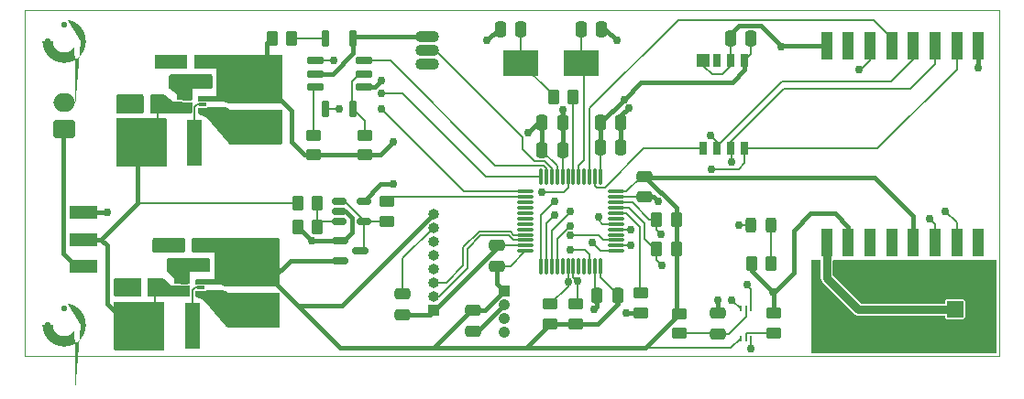
<source format=gbr>
%TF.GenerationSoftware,KiCad,Pcbnew,6.0.2+dfsg-1*%
%TF.CreationDate,2023-05-27T01:06:39+02:00*%
%TF.ProjectId,weather_station,77656174-6865-4725-9f73-746174696f6e,rev?*%
%TF.SameCoordinates,Original*%
%TF.FileFunction,Copper,L1,Top*%
%TF.FilePolarity,Positive*%
%FSLAX46Y46*%
G04 Gerber Fmt 4.6, Leading zero omitted, Abs format (unit mm)*
G04 Created by KiCad (PCBNEW 6.0.2+dfsg-1) date 2023-05-27 01:06:39*
%MOMM*%
%LPD*%
G01*
G04 APERTURE LIST*
G04 Aperture macros list*
%AMRoundRect*
0 Rectangle with rounded corners*
0 $1 Rounding radius*
0 $2 $3 $4 $5 $6 $7 $8 $9 X,Y pos of 4 corners*
0 Add a 4 corners polygon primitive as box body*
4,1,4,$2,$3,$4,$5,$6,$7,$8,$9,$2,$3,0*
0 Add four circle primitives for the rounded corners*
1,1,$1+$1,$2,$3*
1,1,$1+$1,$4,$5*
1,1,$1+$1,$6,$7*
1,1,$1+$1,$8,$9*
0 Add four rect primitives between the rounded corners*
20,1,$1+$1,$2,$3,$4,$5,0*
20,1,$1+$1,$4,$5,$6,$7,0*
20,1,$1+$1,$6,$7,$8,$9,0*
20,1,$1+$1,$8,$9,$2,$3,0*%
%AMFreePoly0*
4,1,82,-1.212131,1.975377,-0.936919,1.911586,-0.673441,1.809654,-0.426954,1.671615,-0.202376,1.500222,-0.004188,1.298896,0.163656,1.071654,0.297807,0.823029,0.395587,0.557982,0.455047,0.281802,0.475000,0.000000,0.471053,-0.125581,0.433446,-0.405575,0.356762,-0.677476,0.242531,-0.935860,0.093034,-1.175571,-0.088747,-1.391826,-0.299186,-1.580310,-0.534083,-1.737263,-0.788751,-1.859553,
-1.058109,-1.944740,-1.336783,-1.991124,-1.619213,-1.997780,-1.899763,-1.964575,-2.172835,-1.892171,-2.432981,-1.782013,-2.675011,-1.636299,-2.894094,-1.457937,-3.085861,-1.250485,-3.246484,-1.018083,-3.372759,-0.765367,-3.462166,-0.497380,-3.512922,-0.219469,-3.522124,0.014731,-2.579978,0.014731,-2.562748,-0.190462,-2.505990,-0.388401,-2.411866,-0.571546,-2.283962,-0.732921,-2.127149,-0.866379,
-1.947401,-0.966837,-1.751563,-1.030468,-1.547096,-1.054850,-1.341787,-1.039052,-1.143457,-0.983677,-0.959659,-0.890834,-0.797396,-0.764060,-0.662846,-0.608183,-0.561136,-0.429140,-0.496138,-0.233752,-0.470330,-0.029460,-0.469919,0.000000,-0.490013,0.204933,-0.549529,0.402060,-0.646201,0.583873,-0.776345,0.743446,-0.935006,0.874702,-1.116140,0.972640,-1.312847,1.033531,-1.517634,1.055055,
-1.722702,1.036393,-1.920240,0.978254,-2.102724,0.882854,-2.263201,0.753827,-2.395562,0.596086,-2.494762,0.415641,-2.557025,0.219364,-2.579978,0.014731,-3.522124,0.014731,-3.524013,0.062822,-3.495219,0.343858,-3.427113,0.618034,-3.321055,0.879878,-3.179161,1.124167,-3.004262,1.346025,-2.799848,1.541026,-2.569997,1.705280,-2.319296,1.835509,-2.052746,1.929115,-1.775666,1.984229,
-1.493585,1.999753,-1.212131,1.975377,-1.212131,1.975377,$1*%
G04 Aperture macros list end*
%TA.AperFunction,Profile*%
%ADD10C,0.100000*%
%TD*%
%TA.AperFunction,ComponentPad*%
%ADD11R,1.000000X1.000000*%
%TD*%
%TA.AperFunction,ComponentPad*%
%ADD12O,1.000000X1.000000*%
%TD*%
%TA.AperFunction,SMDPad,CuDef*%
%ADD13R,1.442200X4.191000*%
%TD*%
%TA.AperFunction,SMDPad,CuDef*%
%ADD14RoundRect,0.250000X-0.475000X0.250000X-0.475000X-0.250000X0.475000X-0.250000X0.475000X0.250000X0*%
%TD*%
%TA.AperFunction,SMDPad,CuDef*%
%ADD15R,1.000000X2.500000*%
%TD*%
%TA.AperFunction,SMDPad,CuDef*%
%ADD16RoundRect,0.250000X-0.450000X0.262500X-0.450000X-0.262500X0.450000X-0.262500X0.450000X0.262500X0*%
%TD*%
%TA.AperFunction,SMDPad,CuDef*%
%ADD17RoundRect,0.250000X0.262500X0.450000X-0.262500X0.450000X-0.262500X-0.450000X0.262500X-0.450000X0*%
%TD*%
%TA.AperFunction,SMDPad,CuDef*%
%ADD18RoundRect,0.250000X0.475000X-0.250000X0.475000X0.250000X-0.475000X0.250000X-0.475000X-0.250000X0*%
%TD*%
%TA.AperFunction,SMDPad,CuDef*%
%ADD19RoundRect,0.250000X0.250000X0.475000X-0.250000X0.475000X-0.250000X-0.475000X0.250000X-0.475000X0*%
%TD*%
%TA.AperFunction,SMDPad,CuDef*%
%ADD20RoundRect,0.250000X-0.262500X-0.450000X0.262500X-0.450000X0.262500X0.450000X-0.262500X0.450000X0*%
%TD*%
%TA.AperFunction,SMDPad,CuDef*%
%ADD21R,0.670001X0.299999*%
%TD*%
%TA.AperFunction,SMDPad,CuDef*%
%ADD22R,0.800001X1.200000*%
%TD*%
%TA.AperFunction,SMDPad,CuDef*%
%ADD23R,1.200000X1.200000*%
%TD*%
%TA.AperFunction,SMDPad,CuDef*%
%ADD24R,1.520000X1.520000*%
%TD*%
%TA.AperFunction,SMDPad,CuDef*%
%ADD25R,1.905000X1.905000*%
%TD*%
%TA.AperFunction,SMDPad,CuDef*%
%ADD26RoundRect,0.090000X-0.660000X-0.210000X0.660000X-0.210000X0.660000X0.210000X-0.660000X0.210000X0*%
%TD*%
%TA.AperFunction,SMDPad,CuDef*%
%ADD27RoundRect,0.090000X-0.210000X0.660000X-0.210000X-0.660000X0.210000X-0.660000X0.210000X0.660000X0*%
%TD*%
%TA.AperFunction,SMDPad,CuDef*%
%ADD28RoundRect,0.090000X0.660000X0.210000X-0.660000X0.210000X-0.660000X-0.210000X0.660000X-0.210000X0*%
%TD*%
%TA.AperFunction,SMDPad,CuDef*%
%ADD29C,0.550000*%
%TD*%
%TA.AperFunction,SMDPad,CuDef*%
%ADD30FreePoly0,0.000000*%
%TD*%
%TA.AperFunction,ComponentPad*%
%ADD31O,2.200000X1.100000*%
%TD*%
%TA.AperFunction,SMDPad,CuDef*%
%ADD32RoundRect,0.150000X-0.587500X-0.150000X0.587500X-0.150000X0.587500X0.150000X-0.587500X0.150000X0*%
%TD*%
%TA.AperFunction,SMDPad,CuDef*%
%ADD33RoundRect,0.150000X-0.512500X-0.150000X0.512500X-0.150000X0.512500X0.150000X-0.512500X0.150000X0*%
%TD*%
%TA.AperFunction,SMDPad,CuDef*%
%ADD34RoundRect,0.250000X-0.250000X-0.475000X0.250000X-0.475000X0.250000X0.475000X-0.250000X0.475000X0*%
%TD*%
%TA.AperFunction,ComponentPad*%
%ADD35RoundRect,0.250000X0.750000X-0.600000X0.750000X0.600000X-0.750000X0.600000X-0.750000X-0.600000X0*%
%TD*%
%TA.AperFunction,ComponentPad*%
%ADD36O,2.000000X1.700000*%
%TD*%
%TA.AperFunction,ComponentPad*%
%ADD37R,1.050000X1.050000*%
%TD*%
%TA.AperFunction,ComponentPad*%
%ADD38C,1.050000*%
%TD*%
%TA.AperFunction,SMDPad,CuDef*%
%ADD39RoundRect,0.250000X0.450000X-0.262500X0.450000X0.262500X-0.450000X0.262500X-0.450000X-0.262500X0*%
%TD*%
%TA.AperFunction,SMDPad,CuDef*%
%ADD40RoundRect,0.075000X-0.075000X0.662500X-0.075000X-0.662500X0.075000X-0.662500X0.075000X0.662500X0*%
%TD*%
%TA.AperFunction,SMDPad,CuDef*%
%ADD41RoundRect,0.075000X-0.662500X0.075000X-0.662500X-0.075000X0.662500X-0.075000X0.662500X0.075000X0*%
%TD*%
%TA.AperFunction,SMDPad,CuDef*%
%ADD42R,2.500000X1.250000*%
%TD*%
%TA.AperFunction,SMDPad,CuDef*%
%ADD43R,3.325000X2.400000*%
%TD*%
%TA.AperFunction,SMDPad,CuDef*%
%ADD44RoundRect,0.243750X0.243750X0.456250X-0.243750X0.456250X-0.243750X-0.456250X0.243750X-0.456250X0*%
%TD*%
%TA.AperFunction,SMDPad,CuDef*%
%ADD45R,0.250000X0.550000*%
%TD*%
%TA.AperFunction,ViaPad*%
%ADD46C,0.750000*%
%TD*%
%TA.AperFunction,Conductor*%
%ADD47C,0.400000*%
%TD*%
%TA.AperFunction,Conductor*%
%ADD48C,0.200000*%
%TD*%
%TA.AperFunction,Conductor*%
%ADD49C,0.780000*%
%TD*%
G04 APERTURE END LIST*
D10*
X66600000Y-53600000D02*
X156600000Y-53600000D01*
X156600000Y-53600000D02*
X156600000Y-85600000D01*
X156600000Y-85600000D02*
X66600000Y-85600000D01*
X66600000Y-85600000D02*
X66600000Y-53600000D01*
D11*
%TO.P,J3,1,Pin_1*%
%TO.N,GND*%
X104380000Y-81320000D03*
D12*
%TO.P,J3,2,Pin_2*%
%TO.N,/USART3_RX*%
X104380000Y-80050000D03*
%TO.P,J3,3,Pin_3*%
%TO.N,/USART3_TX*%
X104380000Y-78780000D03*
%TO.P,J3,4,Pin_4*%
%TO.N,/SWDIO*%
X104380000Y-77510000D03*
%TO.P,J3,5,Pin_5*%
%TO.N,/SWCLK*%
X104380000Y-76240000D03*
%TO.P,J3,6,Pin_6*%
%TO.N,/SWO*%
X104380000Y-74970000D03*
%TO.P,J3,7,Pin_7*%
%TO.N,/NRST*%
X104380000Y-73700000D03*
%TO.P,J3,8,Pin_8*%
%TO.N,+3V3*%
X104380000Y-72430000D03*
%TD*%
D13*
%TO.P,L2,1,1*%
%TO.N,/SW_COM*%
X78837300Y-65830000D03*
%TO.P,L2,2,2*%
%TO.N,Net-(L2-Pad2)*%
X82286100Y-65830000D03*
%TD*%
D14*
%TO.P,C2,1*%
%TO.N,GND*%
X110200000Y-75380000D03*
%TO.P,C2,2*%
%TO.N,+3V3*%
X110200000Y-77280000D03*
%TD*%
D15*
%TO.P,U1,1,GND*%
%TO.N,GND*%
X154650000Y-56925000D03*
%TO.P,U1,2,MISO*%
%TO.N,/SPI2_MISO*%
X152650000Y-56925000D03*
%TO.P,U1,3,MOSI*%
%TO.N,/SPI2_MOSI*%
X150650000Y-56925000D03*
%TO.P,U1,4,SCK*%
%TO.N,/SPI2_SCK*%
X148650000Y-56925000D03*
%TO.P,U1,5,NSS*%
%TO.N,/SPI2_CS1*%
X146650000Y-56925000D03*
%TO.P,U1,6,RESET*%
%TO.N,/RFM_RESET*%
X144650000Y-56925000D03*
%TO.P,U1,7,DIO5*%
%TO.N,unconnected-(U1-Pad7)*%
X142650000Y-56925000D03*
%TO.P,U1,8,GND@1*%
%TO.N,GND*%
X140650000Y-56925000D03*
%TO.P,U1,9,ANT*%
%TO.N,/ANT*%
X140650000Y-75125000D03*
%TO.P,U1,10,GND@2*%
%TO.N,GND*%
X142650000Y-75125000D03*
%TO.P,U1,11,DIO3*%
%TO.N,unconnected-(U1-Pad11)*%
X144650000Y-75125000D03*
%TO.P,U1,12,DIO4*%
%TO.N,unconnected-(U1-Pad12)*%
X146650000Y-75125000D03*
%TO.P,U1,13,3_3V*%
%TO.N,+3V3*%
X148650000Y-75125000D03*
%TO.P,U1,14,DIO0*%
%TO.N,/RFM_DIO0*%
X150650000Y-75125000D03*
%TO.P,U1,15,DIO1*%
%TO.N,/RFM_DIO1*%
X152650000Y-75125000D03*
%TO.P,U1,16,DIO2*%
%TO.N,unconnected-(U1-Pad16)*%
X154650000Y-75125000D03*
%TD*%
D16*
%TO.P,R5,1*%
%TO.N,/I2C2_SCL*%
X115120000Y-80767500D03*
%TO.P,R5,2*%
%TO.N,+3V3*%
X115120000Y-82592500D03*
%TD*%
D17*
%TO.P,R16,1*%
%TO.N,Net-(R10-Pad2)*%
X93625000Y-73610000D03*
%TO.P,R16,2*%
%TO.N,GND*%
X91800000Y-73610000D03*
%TD*%
D18*
%TO.P,C8,1*%
%TO.N,GND*%
X101480000Y-81735000D03*
%TO.P,C8,2*%
%TO.N,/NRST*%
X101480000Y-79835000D03*
%TD*%
D19*
%TO.P,C7,1*%
%TO.N,GND*%
X116266000Y-66548000D03*
%TO.P,C7,2*%
%TO.N,+3V3*%
X114366000Y-66548000D03*
%TD*%
%TO.P,C12,1*%
%TO.N,+3V3*%
X133675000Y-56200001D03*
%TO.P,C12,2*%
%TO.N,GND*%
X131775000Y-56200001D03*
%TD*%
%TO.P,C5,1*%
%TO.N,GND*%
X121650000Y-64035001D03*
%TO.P,C5,2*%
%TO.N,+3V3*%
X119750000Y-64035001D03*
%TD*%
D20*
%TO.P,R14,1*%
%TO.N,/I2C1_SCL*%
X124925000Y-75682500D03*
%TO.P,R14,2*%
%TO.N,+3V3*%
X126750000Y-75682500D03*
%TD*%
D21*
%TO.P,U7,1,FB*%
%TO.N,/U7_FB*%
X81344399Y-78774998D03*
%TO.P,U7,2,EN*%
%TO.N,/SW_COM*%
X81344399Y-79274997D03*
%TO.P,U7,3,VIN*%
X81344399Y-79774999D03*
%TO.P,U7,4,GND*%
%TO.N,GND*%
X82824401Y-79774999D03*
%TO.P,U7,5,SW*%
%TO.N,Net-(L1-Pad2)*%
X82824401Y-79274997D03*
%TO.P,U7,6,VOUT*%
%TO.N,+3V3*%
X82824401Y-78774998D03*
%TD*%
D13*
%TO.P,L1,1,1*%
%TO.N,/SW_COM*%
X78617300Y-82795000D03*
%TO.P,L1,2,2*%
%TO.N,Net-(L1-Pad2)*%
X82066100Y-82795000D03*
%TD*%
D22*
%TO.P,U4,1,NCS*%
%TO.N,/SPI2_CS2*%
X129270000Y-66399999D03*
%TO.P,U4,2,CLK*%
%TO.N,/SPI2_SCK*%
X130540000Y-66399999D03*
%TO.P,U4,3,SDI*%
%TO.N,/SPI2_MOSI*%
X131810000Y-66399999D03*
%TO.P,U4,4,SDO*%
%TO.N,/SPI2_MISO*%
X133080000Y-66399999D03*
%TO.P,U4,5,VDD*%
%TO.N,+3V3*%
X133080000Y-58200001D03*
%TO.P,U4,6,VPROG*%
%TO.N,GND*%
X131810000Y-58200001D03*
%TO.P,U4,7,NC*%
%TO.N,unconnected-(U4-Pad7)*%
X130540000Y-58200001D03*
D23*
%TO.P,U4,8,GND*%
%TO.N,GND*%
X129270000Y-58200001D03*
%TD*%
D17*
%TO.P,R8,1*%
%TO.N,Net-(D1-Pad1)*%
X135532500Y-77050000D03*
%TO.P,R8,2*%
%TO.N,GND*%
X133707500Y-77050000D03*
%TD*%
D16*
%TO.P,R6,1*%
%TO.N,/I2C2_SDA*%
X117445000Y-80767500D03*
%TO.P,R6,2*%
%TO.N,+3V3*%
X117445000Y-82592500D03*
%TD*%
D24*
%TO.P,J2,1*%
%TO.N,/ANT*%
X152500000Y-81250000D03*
D25*
%TO.P,J2,S1*%
%TO.N,GND*%
X150125000Y-78875000D03*
%TO.P,J2,S2*%
X154875000Y-78875000D03*
%TO.P,J2,S3*%
X154875000Y-83625000D03*
%TO.P,J2,S4*%
X150125000Y-83625000D03*
%TD*%
D26*
%TO.P,U2,A*%
%TO.N,/ADC1_IN3_NO2*%
X93402500Y-58235000D03*
%TO.P,U2,B*%
%TO.N,GND*%
X93402500Y-59485000D03*
%TO.P,U2,C*%
%TO.N,Net-(R2-Pad1)*%
X93402500Y-60735000D03*
D27*
%TO.P,U2,D*%
%TO.N,/ADC1_IN4_NH3*%
X94382500Y-62735000D03*
%TO.P,U2,E*%
%TO.N,Net-(R1-Pad1)*%
X96922500Y-62735000D03*
D28*
%TO.P,U2,F*%
%TO.N,GND*%
X97902500Y-60735000D03*
%TO.P,U2,G*%
%TO.N,Net-(R1-Pad1)*%
X97902500Y-59485000D03*
%TO.P,U2,H*%
%TO.N,/ADC1_IN2_CO*%
X97902500Y-58235000D03*
D27*
%TO.P,U2,J*%
%TO.N,GND*%
X96922500Y-56235000D03*
%TO.P,U2,K*%
%TO.N,Net-(R4-Pad1)*%
X94382500Y-56235000D03*
%TD*%
D20*
%TO.P,R7,1*%
%TO.N,Net-(C10-Pad2)*%
X115412500Y-61625000D03*
%TO.P,R7,2*%
%TO.N,/HSE_OUT*%
X117237500Y-61625000D03*
%TD*%
D29*
%TO.P,M1,1*%
%TO.N,N/C*%
X68725000Y-56500000D03*
X70250000Y-58025000D03*
X70250000Y-54975000D03*
D30*
X71775000Y-56500000D03*
%TD*%
D31*
%TO.P,U6,1,+VS*%
%TO.N,+5V*%
X103764508Y-58550000D03*
%TO.P,U6,2,VOUT*%
%TO.N,/ADC1_IN1_TEMP*%
X103764508Y-57280000D03*
%TO.P,U6,3,GND*%
%TO.N,GND*%
X103764508Y-56010000D03*
%TD*%
D32*
%TO.P,D2,1*%
%TO.N,GND*%
X95695000Y-74880000D03*
%TO.P,D2,2*%
%TO.N,+3V3*%
X95695000Y-76780000D03*
%TO.P,D2,3*%
%TO.N,Net-(D2-Pad3)*%
X97570000Y-75830000D03*
%TD*%
D18*
%TO.P,C11,1*%
%TO.N,GND*%
X108020000Y-83260000D03*
%TO.P,C11,2*%
%TO.N,+3V3*%
X108020000Y-81360000D03*
%TD*%
D33*
%TO.P,U8,1*%
%TO.N,Net-(D2-Pad3)*%
X95625000Y-71260000D03*
%TO.P,U8,2,GND*%
%TO.N,GND*%
X95625000Y-72210000D03*
%TO.P,U8,3,+*%
%TO.N,Net-(R10-Pad2)*%
X95625000Y-73160000D03*
%TO.P,U8,4,-*%
%TO.N,Net-(D2-Pad3)*%
X97900000Y-73160000D03*
%TO.P,U8,5,V+*%
%TO.N,+3V3*%
X97900000Y-71260000D03*
%TD*%
D14*
%TO.P,C15,1*%
%TO.N,+3V3*%
X88740000Y-78495000D03*
%TO.P,C15,2*%
%TO.N,GND*%
X88740000Y-80395000D03*
%TD*%
D20*
%TO.P,R10,1*%
%TO.N,/SW_COM*%
X91800000Y-71460000D03*
%TO.P,R10,2*%
%TO.N,Net-(R10-Pad2)*%
X93625000Y-71460000D03*
%TD*%
D16*
%TO.P,R1,1*%
%TO.N,Net-(R1-Pad1)*%
X97990000Y-65147500D03*
%TO.P,R1,2*%
%TO.N,+5V*%
X97990000Y-66972500D03*
%TD*%
D34*
%TO.P,C3,1*%
%TO.N,GND*%
X119450000Y-79975000D03*
%TO.P,C3,2*%
%TO.N,+3V3*%
X121350000Y-79975000D03*
%TD*%
D16*
%TO.P,R18,1*%
%TO.N,+5V*%
X83060000Y-58367500D03*
%TO.P,R18,2*%
%TO.N,/U10_FB*%
X83060000Y-60192500D03*
%TD*%
D35*
%TO.P,J1,1,1*%
%TO.N,+BATT*%
X70225000Y-64600000D03*
D36*
%TO.P,J1,2,2*%
%TO.N,GND*%
X70225000Y-62100000D03*
%TD*%
D19*
%TO.P,C1,1*%
%TO.N,GND*%
X116266000Y-64008000D03*
%TO.P,C1,2*%
%TO.N,+3V3*%
X114366000Y-64008000D03*
%TD*%
D16*
%TO.P,R2,1*%
%TO.N,Net-(R2-Pad1)*%
X93277500Y-65147500D03*
%TO.P,R2,2*%
%TO.N,+5V*%
X93277500Y-66972500D03*
%TD*%
D14*
%TO.P,C14,1*%
%TO.N,+3V3*%
X86340000Y-78495000D03*
%TO.P,C14,2*%
%TO.N,GND*%
X86340000Y-80395000D03*
%TD*%
D20*
%TO.P,R13,1*%
%TO.N,/I2C1_SDA*%
X124925000Y-72957500D03*
%TO.P,R13,2*%
%TO.N,+3V3*%
X126750000Y-72957500D03*
%TD*%
D37*
%TO.P,U5,1,VDD*%
%TO.N,+3V3*%
X110859000Y-79570000D03*
D38*
%TO.P,U5,2,VSS*%
%TO.N,GND*%
X110859000Y-80840000D03*
%TO.P,U5,3,SCL*%
%TO.N,/I2C2_SCL*%
X110859000Y-82110000D03*
%TO.P,U5,4,SDA*%
%TO.N,/I2C2_SDA*%
X110859000Y-83380000D03*
%TD*%
D18*
%TO.P,C16,1*%
%TO.N,Net-(C16-Pad1)*%
X130625000Y-83527500D03*
%TO.P,C16,2*%
%TO.N,GND*%
X130625000Y-81627500D03*
%TD*%
D14*
%TO.P,C19,1*%
%TO.N,+5V*%
X88960000Y-61530000D03*
%TO.P,C19,2*%
%TO.N,GND*%
X88960000Y-63430000D03*
%TD*%
D39*
%TO.P,R9,1*%
%TO.N,Net-(C16-Pad1)*%
X127024999Y-83510000D03*
%TO.P,R9,2*%
%TO.N,+3V3*%
X127024999Y-81685000D03*
%TD*%
D14*
%TO.P,C18,1*%
%TO.N,+5V*%
X86560000Y-61530000D03*
%TO.P,C18,2*%
%TO.N,GND*%
X86560000Y-63430000D03*
%TD*%
D34*
%TO.P,C10,1*%
%TO.N,GND*%
X110525000Y-55325000D03*
%TO.P,C10,2*%
%TO.N,Net-(C10-Pad2)*%
X112425000Y-55325000D03*
%TD*%
D18*
%TO.P,C4,1*%
%TO.N,GND*%
X123825000Y-70875000D03*
%TO.P,C4,2*%
%TO.N,+3V3*%
X123825000Y-68975000D03*
%TD*%
D21*
%TO.P,U10,1,FB*%
%TO.N,/U10_FB*%
X81564399Y-61809998D03*
%TO.P,U10,2,EN*%
%TO.N,/SW_COM*%
X81564399Y-62309997D03*
%TO.P,U10,3,VIN*%
X81564399Y-62809999D03*
%TO.P,U10,4,GND*%
%TO.N,GND*%
X83044401Y-62809999D03*
%TO.P,U10,5,SW*%
%TO.N,Net-(L2-Pad2)*%
X83044401Y-62309997D03*
%TO.P,U10,6,VOUT*%
%TO.N,+5V*%
X83044401Y-61809998D03*
%TD*%
D40*
%TO.P,U3,1,VBAT*%
%TO.N,+3V3*%
X119750000Y-68962500D03*
%TO.P,U3,2,PC13*%
%TO.N,/SPI2_CS2*%
X119250000Y-68962500D03*
%TO.P,U3,3,PC14*%
%TO.N,/SPI2_CS1*%
X118750000Y-68962500D03*
%TO.P,U3,4,PC15*%
%TO.N,unconnected-(U3-Pad4)*%
X118250000Y-68962500D03*
%TO.P,U3,5,PF0*%
%TO.N,/HSE_IN*%
X117750000Y-68962500D03*
%TO.P,U3,6,PF1*%
%TO.N,/HSE_OUT*%
X117250000Y-68962500D03*
%TO.P,U3,7,NRST*%
%TO.N,/NRST*%
X116750000Y-68962500D03*
%TO.P,U3,8,VSSA*%
%TO.N,GND*%
X116250000Y-68962500D03*
%TO.P,U3,9,VDDA*%
%TO.N,+3V3*%
X115750000Y-68962500D03*
%TO.P,U3,10,PA0*%
%TO.N,/ADC1_IN1_TEMP*%
X115250000Y-68962500D03*
%TO.P,U3,11,PA1*%
%TO.N,/ADC1_IN2_CO*%
X114750000Y-68962500D03*
%TO.P,U3,12,PA2*%
%TO.N,/ADC1_IN3_NO2*%
X114250000Y-68962500D03*
D41*
%TO.P,U3,13,PA3*%
%TO.N,/ADC1_IN4_NH3*%
X112837500Y-70375000D03*
%TO.P,U3,14,PA4*%
%TO.N,/ADC1_IN5_BATT*%
X112837500Y-70875000D03*
%TO.P,U3,15,PA5*%
%TO.N,unconnected-(U3-Pad15)*%
X112837500Y-71375000D03*
%TO.P,U3,16,PA6*%
%TO.N,unconnected-(U3-Pad16)*%
X112837500Y-71875000D03*
%TO.P,U3,17,PA7*%
%TO.N,unconnected-(U3-Pad17)*%
X112837500Y-72375000D03*
%TO.P,U3,18,PB0*%
%TO.N,unconnected-(U3-Pad18)*%
X112837500Y-72875000D03*
%TO.P,U3,19,PB1*%
%TO.N,unconnected-(U3-Pad19)*%
X112837500Y-73375000D03*
%TO.P,U3,20,PB2*%
%TO.N,unconnected-(U3-Pad20)*%
X112837500Y-73875000D03*
%TO.P,U3,21,PB10*%
%TO.N,/USART3_TX*%
X112837500Y-74375000D03*
%TO.P,U3,22,PB11*%
%TO.N,/USART3_RX*%
X112837500Y-74875000D03*
%TO.P,U3,23,VSS*%
%TO.N,GND*%
X112837500Y-75375000D03*
%TO.P,U3,24,VDD*%
%TO.N,+3V3*%
X112837500Y-75875000D03*
D40*
%TO.P,U3,25,PB12*%
%TO.N,/RFM_RESET*%
X114250000Y-77287500D03*
%TO.P,U3,26,PB13*%
%TO.N,/SPI2_SCK*%
X114750000Y-77287500D03*
%TO.P,U3,27,PB14*%
%TO.N,/SPI2_MISO*%
X115250000Y-77287500D03*
%TO.P,U3,28,PB15*%
%TO.N,/SPI2_MOSI*%
X115750000Y-77287500D03*
%TO.P,U3,29,PA8*%
%TO.N,unconnected-(U3-Pad29)*%
X116250000Y-77287500D03*
%TO.P,U3,30,PA9*%
%TO.N,/I2C2_SCL*%
X116750000Y-77287500D03*
%TO.P,U3,31,PA10*%
%TO.N,/I2C2_SDA*%
X117250000Y-77287500D03*
%TO.P,U3,32,PA11*%
%TO.N,unconnected-(U3-Pad32)*%
X117750000Y-77287500D03*
%TO.P,U3,33,PA12*%
%TO.N,unconnected-(U3-Pad33)*%
X118250000Y-77287500D03*
%TO.P,U3,34,PA13*%
%TO.N,/SWDIO*%
X118750000Y-77287500D03*
%TO.P,U3,35,VSS*%
%TO.N,GND*%
X119250000Y-77287500D03*
%TO.P,U3,36,VDD*%
%TO.N,+3V3*%
X119750000Y-77287500D03*
D41*
%TO.P,U3,37,PA14*%
%TO.N,/SWCLK*%
X121162500Y-75875000D03*
%TO.P,U3,38,PA15*%
%TO.N,/LED*%
X121162500Y-75375000D03*
%TO.P,U3,39,PB3*%
%TO.N,/SWO*%
X121162500Y-74875000D03*
%TO.P,U3,40,PB4*%
%TO.N,unconnected-(U3-Pad40)*%
X121162500Y-74375000D03*
%TO.P,U3,41,PB5*%
%TO.N,/RFM_DIO0*%
X121162500Y-73875000D03*
%TO.P,U3,42,PB6*%
%TO.N,/RFM_DIO1*%
X121162500Y-73375000D03*
%TO.P,U3,43,PB7*%
%TO.N,unconnected-(U3-Pad43)*%
X121162500Y-72875000D03*
%TO.P,U3,44,BOOT0*%
%TO.N,/BOOT0*%
X121162500Y-72375000D03*
%TO.P,U3,45,PB8*%
%TO.N,/I2C1_SCL*%
X121162500Y-71875000D03*
%TO.P,U3,46,PB9*%
%TO.N,/I2C1_SDA*%
X121162500Y-71375000D03*
%TO.P,U3,47,VSS*%
%TO.N,GND*%
X121162500Y-70875000D03*
%TO.P,U3,48,VDD*%
%TO.N,+3V3*%
X121162500Y-70375000D03*
%TD*%
D19*
%TO.P,C17,1*%
%TO.N,/SW_COM*%
X78810000Y-62270000D03*
%TO.P,C17,2*%
%TO.N,GND*%
X76910000Y-62270000D03*
%TD*%
%TO.P,C6,1*%
%TO.N,GND*%
X121650000Y-66295001D03*
%TO.P,C6,2*%
%TO.N,+3V3*%
X119750000Y-66295001D03*
%TD*%
D29*
%TO.P,M2,1*%
%TO.N,N/C*%
X70250000Y-81225000D03*
D30*
X71775000Y-82750000D03*
D29*
X68725000Y-82750000D03*
X70250000Y-84275000D03*
%TD*%
D39*
%TO.P,R19,1*%
%TO.N,/U10_FB*%
X80760000Y-60192500D03*
%TO.P,R19,2*%
%TO.N,GND*%
X80760000Y-58367500D03*
%TD*%
D42*
%TO.P,SW1,1,A*%
%TO.N,GND*%
X71975000Y-72300000D03*
%TO.P,SW1,2,B*%
%TO.N,/SW_COM*%
X71975000Y-74800000D03*
%TO.P,SW1,3,C*%
%TO.N,+BATT*%
X71975000Y-77300000D03*
%TD*%
D39*
%TO.P,R3,1*%
%TO.N,GND*%
X123500000Y-81587500D03*
%TO.P,R3,2*%
%TO.N,/BOOT0*%
X123500000Y-79762500D03*
%TD*%
D43*
%TO.P,Y1,1*%
%TO.N,Net-(C10-Pad2)*%
X112425000Y-58500000D03*
%TO.P,Y1,2*%
%TO.N,/HSE_IN*%
X117950000Y-58500000D03*
%TD*%
D39*
%TO.P,R15,1*%
%TO.N,/U7_FB*%
X80540000Y-77160000D03*
%TO.P,R15,2*%
%TO.N,GND*%
X80540000Y-75335000D03*
%TD*%
D19*
%TO.P,C13,1*%
%TO.N,/SW_COM*%
X78590000Y-79235000D03*
%TO.P,C13,2*%
%TO.N,GND*%
X76690000Y-79235000D03*
%TD*%
%TO.P,C9,1*%
%TO.N,GND*%
X119850000Y-55325000D03*
%TO.P,C9,2*%
%TO.N,/HSE_IN*%
X117950000Y-55325000D03*
%TD*%
D16*
%TO.P,R12,1*%
%TO.N,/ADC1_IN5_BATT*%
X100025000Y-71277500D03*
%TO.P,R12,2*%
%TO.N,Net-(D2-Pad3)*%
X100025000Y-73102500D03*
%TD*%
%TO.P,R11,1*%
%TO.N,+3V3*%
X82840000Y-75335000D03*
%TO.P,R11,2*%
%TO.N,/U7_FB*%
X82840000Y-77160000D03*
%TD*%
D17*
%TO.P,R4,1*%
%TO.N,Net-(R4-Pad1)*%
X91232500Y-56185000D03*
%TO.P,R4,2*%
%TO.N,+5V*%
X89407500Y-56185000D03*
%TD*%
D44*
%TO.P,D1,1,K*%
%TO.N,Net-(D1-Pad1)*%
X135537500Y-73500000D03*
%TO.P,D1,2,A*%
%TO.N,/LED*%
X133662500Y-73500000D03*
%TD*%
D45*
%TO.P,U9,1,VCC*%
%TO.N,+3V3*%
X132680000Y-83965000D03*
%TO.P,U9,2,ADDR*%
%TO.N,Net-(R17-Pad2)*%
X133180000Y-83965000D03*
%TO.P,U9,3,GND*%
%TO.N,GND*%
X133680000Y-83965000D03*
%TO.P,U9,4,SDA*%
%TO.N,/I2C1_SDA*%
X133680000Y-81215000D03*
%TO.P,U9,5,DVI*%
%TO.N,Net-(C16-Pad1)*%
X133180000Y-81215000D03*
%TO.P,U9,6,SCL*%
%TO.N,/I2C1_SCL*%
X132680000Y-81215000D03*
%TD*%
D16*
%TO.P,R17,1*%
%TO.N,GND*%
X135720000Y-81647500D03*
%TO.P,R17,2*%
%TO.N,Net-(R17-Pad2)*%
X135720000Y-83472500D03*
%TD*%
D46*
%TO.N,GND*%
X121240000Y-56410000D03*
X88780132Y-82501675D03*
X145235716Y-82300000D03*
X154650000Y-58925000D03*
X87880132Y-82501675D03*
X140900000Y-80100000D03*
X140350000Y-79500000D03*
X75375000Y-79675000D03*
X119150000Y-81300000D03*
X86980132Y-81601675D03*
X143000000Y-79200000D03*
X86300000Y-65550000D03*
X88100000Y-65550000D03*
X75575000Y-61840000D03*
X89680132Y-81601675D03*
X88100000Y-64650000D03*
X93070000Y-74880000D03*
X75375000Y-78800000D03*
X142700000Y-81900000D03*
X146117858Y-82300000D03*
X147850000Y-80300000D03*
X116250000Y-62810000D03*
X88780132Y-81601675D03*
X86080132Y-82501675D03*
X125127701Y-71302299D03*
X89900000Y-65550000D03*
X135710000Y-79640000D03*
X147867858Y-82300000D03*
X85400000Y-64650000D03*
X144353574Y-82300000D03*
X146100000Y-80300000D03*
X78990000Y-75330000D03*
X143600000Y-79800000D03*
X89000000Y-65550000D03*
X139746432Y-78925000D03*
X85180132Y-81601675D03*
X144350000Y-80300000D03*
X89900000Y-64650000D03*
X141800000Y-78025000D03*
X145225000Y-80300000D03*
X89000000Y-64650000D03*
X79200000Y-58375000D03*
X148725000Y-80300000D03*
X146975000Y-80300000D03*
X87200000Y-65550000D03*
X87880132Y-81601675D03*
X148750000Y-82300000D03*
X139650000Y-77200000D03*
X99540000Y-60125000D03*
X89680132Y-82501675D03*
X122350000Y-62650000D03*
X141650000Y-77200000D03*
X86980132Y-82501675D03*
X143450000Y-82300000D03*
X147000000Y-82300000D03*
X130625000Y-80450000D03*
X139650000Y-78050000D03*
X74200000Y-72300000D03*
X142400000Y-78600000D03*
X109275000Y-56400000D03*
X133680000Y-84870000D03*
X136450000Y-56930000D03*
X142100000Y-81300000D03*
X86080132Y-81601675D03*
X75575000Y-62715000D03*
X87200000Y-64650000D03*
X122125000Y-81600000D03*
X86300000Y-64650000D03*
X141500000Y-80700000D03*
%TO.N,+3V3*%
X113100000Y-64925000D03*
X100640000Y-69690000D03*
X121935339Y-61851777D03*
%TO.N,/NRST*%
X114320000Y-70420000D03*
%TO.N,+5V*%
X100640000Y-65800000D03*
%TO.N,/LED*%
X122577501Y-75370678D03*
X132500000Y-73500000D03*
%TO.N,/SWO*%
X116966589Y-74441589D03*
%TO.N,/SWCLK*%
X118950000Y-75066089D03*
%TO.N,/SWDIO*%
X116975000Y-75750000D03*
%TO.N,/I2C2_SCL*%
X116750000Y-78690000D03*
%TO.N,/I2C2_SDA*%
X117660000Y-78680000D03*
%TO.N,/I2C1_SDA*%
X125330000Y-74310000D03*
X133290000Y-78980000D03*
%TO.N,/I2C1_SCL*%
X131830000Y-80390000D03*
X125390000Y-77190000D03*
%TO.N,/SPI2_MISO*%
X129975000Y-68275000D03*
X116975000Y-72250000D03*
%TO.N,/SPI2_MOSI*%
X116976790Y-73542144D03*
X131825000Y-67650500D03*
%TO.N,/SPI2_SCK*%
X115490000Y-72560000D03*
X129925000Y-65150000D03*
%TO.N,/RFM_RESET*%
X115500000Y-71280000D03*
X143650000Y-59075000D03*
%TO.N,/RFM_DIO0*%
X122570000Y-73870000D03*
X150160000Y-72870000D03*
%TO.N,/RFM_DIO1*%
X151630000Y-72190000D03*
X119570000Y-72730000D03*
%TO.N,/ADC1_IN3_NO2*%
X99540000Y-61330000D03*
X95090000Y-58230000D03*
%TO.N,/ADC1_IN4_NH3*%
X95640000Y-62740000D03*
X99540000Y-62740000D03*
%TD*%
D47*
%TO.N,GND*%
X97902500Y-60735000D02*
X98930000Y-60735000D01*
X97147500Y-56010000D02*
X103764508Y-56010000D01*
D48*
X130065000Y-59510000D02*
X129270000Y-58715000D01*
D47*
X121237500Y-56412500D02*
X121240000Y-56410000D01*
X133707500Y-77050000D02*
X133707500Y-77697500D01*
X122137500Y-81587500D02*
X122125000Y-81600000D01*
X123500000Y-81587500D02*
X122137500Y-81587500D01*
X86080132Y-81601675D02*
X85180132Y-81601675D01*
D48*
X131810000Y-58735000D02*
X131035000Y-59510000D01*
D47*
X76005000Y-62270000D02*
X76005000Y-62285000D01*
X136450000Y-56925000D02*
X134550000Y-55025000D01*
X108020000Y-83260000D02*
X108450000Y-83260000D01*
X119150000Y-81300000D02*
X119450000Y-81000000D01*
X75810000Y-79235000D02*
X75810000Y-79240000D01*
X96922500Y-57602500D02*
X95040000Y-59485000D01*
X88780132Y-81601675D02*
X88780132Y-82501675D01*
D48*
X110200000Y-75380000D02*
X112832500Y-75380000D01*
X112832500Y-75380000D02*
X112837500Y-75375000D01*
D47*
X86300000Y-64650000D02*
X86300000Y-65550000D01*
X125127701Y-71302299D02*
X124700402Y-70875000D01*
X133707500Y-77697500D02*
X135720000Y-79710000D01*
X79207500Y-58367500D02*
X79200000Y-58375000D01*
X121650000Y-64035001D02*
X121650000Y-63350000D01*
X119850000Y-55325000D02*
X120150000Y-55325000D01*
X121650000Y-64035001D02*
X121650000Y-66295001D01*
X76005000Y-62270000D02*
X75575000Y-61840000D01*
X116252500Y-64035001D02*
X116252500Y-66295001D01*
X88740000Y-80395000D02*
X88740000Y-81561543D01*
X96220000Y-72210000D02*
X96780000Y-72770000D01*
X116252500Y-62812500D02*
X116252500Y-64035001D01*
X96780000Y-72770000D02*
X96780000Y-74140000D01*
X86300000Y-64650000D02*
X87200000Y-64650000D01*
X96922500Y-56235000D02*
X96922500Y-57602500D01*
X86080132Y-82501675D02*
X86980132Y-82501675D01*
X89000000Y-65550000D02*
X88100000Y-65550000D01*
X130625000Y-81627500D02*
X130625000Y-80450000D01*
X88780132Y-82501675D02*
X89680132Y-82501675D01*
D48*
X131035000Y-59510000D02*
X130065000Y-59510000D01*
D47*
X124700402Y-70875000D02*
X123825000Y-70875000D01*
X141390000Y-72400000D02*
X139150000Y-72400000D01*
X88960000Y-64610000D02*
X89000000Y-64650000D01*
X76910000Y-62270000D02*
X76005000Y-62270000D01*
X78990000Y-75330000D02*
X78995000Y-75335000D01*
X86080132Y-80654868D02*
X86340000Y-80395000D01*
X91800000Y-73610000D02*
X93070000Y-74880000D01*
X110859000Y-80851000D02*
X110859000Y-80840000D01*
X141390000Y-72400000D02*
X142650000Y-73660000D01*
X104380000Y-81320000D02*
X104455000Y-81320000D01*
X135720000Y-79710000D02*
X135720000Y-81647500D01*
X75810000Y-79235000D02*
X76690000Y-79235000D01*
X142650000Y-73660000D02*
X142650000Y-75125000D01*
X121650000Y-63350000D02*
X122350000Y-62650000D01*
D48*
X121162500Y-70875000D02*
X123825000Y-70875000D01*
D47*
X86300000Y-64650000D02*
X86300000Y-63690000D01*
X96780000Y-74140000D02*
X96040000Y-74880000D01*
X89000000Y-64650000D02*
X89900000Y-64650000D01*
X88740000Y-81561543D02*
X88780132Y-81601675D01*
X86080132Y-81601675D02*
X86980132Y-81601675D01*
D48*
X131810000Y-56235001D02*
X131810000Y-58200001D01*
D47*
X154650000Y-56925000D02*
X154650000Y-58925000D01*
X108450000Y-83260000D02*
X110859000Y-80851000D01*
D48*
X119250000Y-79775000D02*
X119450000Y-79975000D01*
D47*
X119450000Y-81000000D02*
X119450000Y-79975000D01*
D48*
X131775000Y-56200001D02*
X131810000Y-56235001D01*
D47*
X150080000Y-83670000D02*
X150125000Y-83625000D01*
X75810000Y-79240000D02*
X75375000Y-79675000D01*
X131775000Y-55775000D02*
X131775000Y-56200001D01*
X110350000Y-55325000D02*
X109275000Y-56400000D01*
D48*
X116250000Y-66297501D02*
X116252500Y-66295001D01*
D47*
X76005000Y-62285000D02*
X75575000Y-62715000D01*
D48*
X119250000Y-77287500D02*
X119250000Y-79775000D01*
D47*
X96922500Y-56235000D02*
X97147500Y-56010000D01*
X110200000Y-75575000D02*
X110200000Y-75380000D01*
X120150000Y-55325000D02*
X121237500Y-56412500D01*
X88780132Y-81601675D02*
X87880132Y-81601675D01*
X86080132Y-81601675D02*
X86080132Y-82501675D01*
X134550000Y-55025000D02*
X132525000Y-55025000D01*
X89000000Y-64650000D02*
X89000000Y-65550000D01*
X80760000Y-58367500D02*
X79207500Y-58367500D01*
X88780132Y-81601675D02*
X89680132Y-81601675D01*
X137580000Y-77850000D02*
X135720000Y-79710000D01*
X71975000Y-72300000D02*
X74200000Y-72300000D01*
X89000000Y-65550000D02*
X89900000Y-65550000D01*
X95625000Y-72210000D02*
X96220000Y-72210000D01*
D48*
X133680000Y-84870000D02*
X133680000Y-83965000D01*
D47*
X110525000Y-55325000D02*
X110350000Y-55325000D01*
X88780132Y-82501675D02*
X87880132Y-82501675D01*
D48*
X116250000Y-68962500D02*
X116250000Y-66297501D01*
D47*
X75375000Y-78800000D02*
X75810000Y-79235000D01*
X132525000Y-55025000D02*
X131775000Y-55775000D01*
X104455000Y-81320000D02*
X110200000Y-75575000D01*
X95040000Y-59485000D02*
X93402500Y-59485000D01*
X85400000Y-64650000D02*
X86300000Y-64650000D01*
X101480000Y-81735000D02*
X103965000Y-81735000D01*
X96040000Y-74880000D02*
X95695000Y-74880000D01*
X86080132Y-81601675D02*
X86080132Y-80654868D01*
X88960000Y-63430000D02*
X88960000Y-64610000D01*
X116250000Y-62810000D02*
X116252500Y-62812500D01*
X93070000Y-74880000D02*
X95695000Y-74880000D01*
D48*
X131810000Y-58200001D02*
X131810000Y-58735000D01*
D47*
X89000000Y-64650000D02*
X88100000Y-64650000D01*
X86300000Y-63690000D02*
X86560000Y-63430000D01*
X137580000Y-73970000D02*
X137580000Y-77850000D01*
X103965000Y-81735000D02*
X104380000Y-81320000D01*
X78995000Y-75335000D02*
X80540000Y-75335000D01*
X140650000Y-56925000D02*
X136450000Y-56925000D01*
X139150000Y-72400000D02*
X137580000Y-73970000D01*
X98930000Y-60735000D02*
X99540000Y-60125000D01*
X86300000Y-65550000D02*
X87200000Y-65550000D01*
D48*
%TO.N,+3V3*%
X122150000Y-70375000D02*
X123550000Y-68975000D01*
D47*
X113989999Y-64035001D02*
X113100000Y-64925000D01*
X104380000Y-72430000D02*
X95900000Y-80910000D01*
X91110000Y-76780000D02*
X89395000Y-78495000D01*
D48*
X123550000Y-68975000D02*
X123825000Y-68975000D01*
D47*
X121935339Y-61851777D02*
X121933225Y-61851777D01*
X95695000Y-76780000D02*
X91110000Y-76780000D01*
D48*
X132680000Y-83965000D02*
X131815000Y-84830000D01*
D47*
X114352500Y-64035001D02*
X114352500Y-66295001D01*
D48*
X111432500Y-77280000D02*
X112837500Y-75875000D01*
X115750000Y-68000000D02*
X114352500Y-66602500D01*
D47*
X107790000Y-81360000D02*
X104320000Y-84830000D01*
X148650000Y-72650000D02*
X148650000Y-75125000D01*
X103995000Y-84830000D02*
X112882500Y-84830000D01*
X131925000Y-60275000D02*
X133080000Y-59120000D01*
D48*
X119750000Y-68962500D02*
X119750000Y-66295001D01*
D47*
X137410000Y-69060000D02*
X123910000Y-69060000D01*
X95730000Y-84830000D02*
X102485000Y-84830000D01*
X133080000Y-59120000D02*
X133080000Y-58200001D01*
D48*
X131815000Y-84830000D02*
X123879999Y-84830000D01*
D47*
X110859000Y-79570000D02*
X110200000Y-78911000D01*
X121933225Y-61851777D02*
X121930001Y-61855001D01*
D48*
X133675000Y-57605001D02*
X133675000Y-56200001D01*
D47*
X121930001Y-61855001D02*
X123510001Y-60275000D01*
X119500000Y-82630000D02*
X121350000Y-80780000D01*
X121350000Y-80780000D02*
X121350000Y-79975000D01*
X123510001Y-60275000D02*
X131925000Y-60275000D01*
X117445000Y-82592500D02*
X119197500Y-82592500D01*
X104320000Y-84830000D02*
X103995000Y-84830000D01*
D48*
X119750000Y-77287500D02*
X119750000Y-78275000D01*
X119750000Y-78275000D02*
X121350000Y-79875000D01*
D47*
X123879999Y-84830000D02*
X127024999Y-81685000D01*
X126750000Y-81410001D02*
X127024999Y-81685000D01*
X112882500Y-84830000D02*
X123879999Y-84830000D01*
X119235000Y-82630000D02*
X119500000Y-82630000D01*
X126750000Y-72957500D02*
X126750000Y-71900000D01*
X123910000Y-69060000D02*
X123825000Y-68975000D01*
X89395000Y-78495000D02*
X91810000Y-80910000D01*
D48*
X114352500Y-66602500D02*
X114352500Y-66295001D01*
X110200000Y-77280000D02*
X111432500Y-77280000D01*
D47*
X88740000Y-78495000D02*
X89395000Y-78495000D01*
X99470000Y-69690000D02*
X100640000Y-69690000D01*
X119750000Y-64035001D02*
X121930001Y-61855001D01*
D48*
X115750000Y-68962500D02*
X115750000Y-68000000D01*
X133080000Y-58200001D02*
X133675000Y-57605001D01*
D47*
X119197500Y-82592500D02*
X119235000Y-82630000D01*
X137430000Y-69060000D02*
X145060000Y-69060000D01*
X145060000Y-69060000D02*
X148650000Y-72650000D01*
X95900000Y-80910000D02*
X91810000Y-80910000D01*
D48*
X121350000Y-79875000D02*
X121350000Y-79975000D01*
D47*
X115120000Y-82592500D02*
X117445000Y-82592500D01*
X126750000Y-71900000D02*
X123825000Y-68975000D01*
X108020000Y-81360000D02*
X109069000Y-81360000D01*
X119750000Y-64035001D02*
X119750000Y-66295001D01*
D48*
X121162500Y-70375000D02*
X122150000Y-70375000D01*
D47*
X108020000Y-81360000D02*
X107790000Y-81360000D01*
X126750000Y-75682500D02*
X126750000Y-81410001D01*
X97900000Y-71260000D02*
X99470000Y-69690000D01*
X110200000Y-78911000D02*
X110200000Y-77280000D01*
X102485000Y-84830000D02*
X103995000Y-84830000D01*
X112882500Y-84830000D02*
X115120000Y-82592500D01*
X126750000Y-72957500D02*
X126750000Y-75682500D01*
X114352500Y-64035001D02*
X113989999Y-64035001D01*
X109069000Y-81360000D02*
X110859000Y-79570000D01*
X91810000Y-80910000D02*
X95730000Y-84830000D01*
D48*
%TO.N,/NRST*%
X101480000Y-76545000D02*
X101480000Y-79835000D01*
X116750000Y-70010000D02*
X116340000Y-70420000D01*
X104325000Y-73700000D02*
X101480000Y-76545000D01*
X116340000Y-70420000D02*
X114320000Y-70420000D01*
X116750000Y-68962500D02*
X116750000Y-70010000D01*
X104380000Y-73700000D02*
X104325000Y-73700000D01*
%TO.N,/HSE_IN*%
X118225000Y-67500000D02*
X118225000Y-58775000D01*
X117950000Y-55325000D02*
X117950000Y-58500000D01*
X118225000Y-58775000D02*
X117950000Y-58500000D01*
X117750000Y-68962500D02*
X117750000Y-67975000D01*
X117750000Y-67975000D02*
X118225000Y-67500000D01*
%TO.N,Net-(C10-Pad2)*%
X115412500Y-61487500D02*
X115412500Y-61625000D01*
X112425000Y-55325000D02*
X112425000Y-58500000D01*
X112425000Y-58500000D02*
X115412500Y-61487500D01*
%TO.N,Net-(C16-Pad1)*%
X130625000Y-83527500D02*
X131582500Y-83527500D01*
X130607500Y-83510000D02*
X130625000Y-83527500D01*
X127024999Y-83510000D02*
X130607500Y-83510000D01*
X133180000Y-81930000D02*
X133180000Y-81215000D01*
X131582500Y-83527500D02*
X133180000Y-81930000D01*
D47*
%TO.N,+5V*%
X99467500Y-66972500D02*
X97990000Y-66972500D01*
X91250000Y-62900000D02*
X91250000Y-65810000D01*
X91250000Y-65810000D02*
X92412500Y-66972500D01*
X93277500Y-66972500D02*
X97990000Y-66972500D01*
X89407500Y-56185000D02*
X88960000Y-56632500D01*
X92412500Y-66972500D02*
X93277500Y-66972500D01*
X100640000Y-65800000D02*
X99467500Y-66972500D01*
X88960000Y-56632500D02*
X88960000Y-61530000D01*
X89880000Y-61530000D02*
X91250000Y-62900000D01*
X88960000Y-61530000D02*
X89880000Y-61530000D01*
D48*
%TO.N,Net-(D1-Pad1)*%
X135537500Y-73500000D02*
X135537500Y-77045000D01*
X135537500Y-77045000D02*
X135532500Y-77050000D01*
%TO.N,/LED*%
X122573179Y-75375000D02*
X121162500Y-75375000D01*
X122577501Y-75370678D02*
X122573179Y-75375000D01*
X133662500Y-73500000D02*
X132500000Y-73500000D01*
%TO.N,Net-(D2-Pad3)*%
X97900000Y-73025000D02*
X97900000Y-73160000D01*
X97570000Y-75830000D02*
X97900000Y-75500000D01*
X96135000Y-71260000D02*
X97900000Y-73025000D01*
X97900000Y-75500000D02*
X97900000Y-73160000D01*
X97957500Y-73102500D02*
X97900000Y-73160000D01*
X95625000Y-71260000D02*
X96135000Y-71260000D01*
X100025000Y-73102500D02*
X97957500Y-73102500D01*
D47*
%TO.N,+BATT*%
X70130000Y-64695000D02*
X70130000Y-76120000D01*
X70225000Y-64600000D02*
X70130000Y-64695000D01*
X71310000Y-77300000D02*
X71975000Y-77300000D01*
X70130000Y-76120000D02*
X71310000Y-77300000D01*
D49*
%TO.N,/ANT*%
X143580000Y-81300000D02*
X152225000Y-81300000D01*
X140650000Y-75125000D02*
X140650000Y-78370000D01*
X140650000Y-78370000D02*
X143580000Y-81300000D01*
D48*
%TO.N,/SWO*%
X116966589Y-74441589D02*
X119611589Y-74441589D01*
X119611589Y-74441589D02*
X120045000Y-74875000D01*
X120045000Y-74875000D02*
X121162500Y-74875000D01*
%TO.N,/SWCLK*%
X119758911Y-75875000D02*
X121162500Y-75875000D01*
X118950000Y-75066089D02*
X119758911Y-75875000D01*
%TO.N,/SWDIO*%
X118275000Y-75750000D02*
X116975000Y-75750000D01*
X118750000Y-76225000D02*
X118275000Y-75750000D01*
X118750000Y-77287500D02*
X118750000Y-76225000D01*
%TO.N,Net-(L1-Pad2)*%
X82066100Y-79498298D02*
X82066100Y-82795000D01*
X82289401Y-79274997D02*
X82066100Y-79498298D01*
X82824401Y-79274997D02*
X82289401Y-79274997D01*
%TO.N,Net-(L2-Pad2)*%
X82286100Y-62533298D02*
X82286100Y-65830000D01*
X83044401Y-62309997D02*
X82509401Y-62309997D01*
X82509401Y-62309997D02*
X82286100Y-62533298D01*
%TO.N,Net-(R1-Pad1)*%
X97902500Y-59485000D02*
X97464290Y-59485000D01*
X97464290Y-59485000D02*
X96794290Y-60155000D01*
X96794290Y-62606790D02*
X96922500Y-62735000D01*
X96922500Y-62735000D02*
X97990000Y-63802500D01*
X96794290Y-60155000D02*
X96794290Y-62606790D01*
X97990000Y-63802500D02*
X97990000Y-65147500D01*
%TO.N,Net-(R2-Pad1)*%
X93402500Y-60735000D02*
X93277500Y-60860000D01*
X93277500Y-60860000D02*
X93277500Y-65147500D01*
%TO.N,/BOOT0*%
X121162500Y-72375000D02*
X122105706Y-72375000D01*
X123375000Y-79637500D02*
X123500000Y-79762500D01*
X122105706Y-72375000D02*
X123375000Y-73644294D01*
X123375000Y-73644294D02*
X123375000Y-79637500D01*
%TO.N,Net-(R4-Pad1)*%
X94332500Y-56185000D02*
X94382500Y-56235000D01*
X91232500Y-56185000D02*
X94332500Y-56185000D01*
%TO.N,/I2C2_SCL*%
X116750000Y-78690000D02*
X116750000Y-79137500D01*
X116750000Y-79137500D02*
X115120000Y-80767500D01*
X116750000Y-78670000D02*
X116750000Y-77287500D01*
%TO.N,/I2C2_SDA*%
X117250000Y-77287500D02*
X117250000Y-78270000D01*
X117660000Y-80552500D02*
X117445000Y-80767500D01*
X117250000Y-78270000D02*
X117660000Y-78680000D01*
X117660000Y-78680000D02*
X117660000Y-80552500D01*
%TO.N,/HSE_OUT*%
X117237500Y-61625000D02*
X117237500Y-68950000D01*
X117237500Y-68950000D02*
X117250000Y-68962500D01*
%TO.N,Net-(R10-Pad2)*%
X93625000Y-71460000D02*
X93625000Y-73610000D01*
X95625000Y-73160000D02*
X94075000Y-73160000D01*
X94075000Y-73160000D02*
X93625000Y-73610000D01*
%TO.N,/ADC1_IN5_BATT*%
X100025000Y-71277500D02*
X100427500Y-70875000D01*
X100427500Y-70875000D02*
X112837500Y-70875000D01*
%TO.N,/I2C1_SDA*%
X133290000Y-78980000D02*
X133680000Y-79370000D01*
X124925000Y-73905000D02*
X124925000Y-72957500D01*
X121162500Y-71375000D02*
X122685000Y-71375000D01*
X125330000Y-74310000D02*
X124925000Y-73905000D01*
X124267500Y-72957500D02*
X124925000Y-72957500D01*
X133680000Y-79370000D02*
X133680000Y-81215000D01*
X122685000Y-71375000D02*
X124267500Y-72957500D01*
%TO.N,/I2C1_SCL*%
X125390000Y-77190000D02*
X124925000Y-76725000D01*
X123830000Y-73290000D02*
X123830000Y-74730000D01*
X122415000Y-71875000D02*
X123830000Y-73290000D01*
X121162500Y-71875000D02*
X122415000Y-71875000D01*
X124925000Y-76725000D02*
X124925000Y-75682500D01*
X123830000Y-74730000D02*
X124782500Y-75682500D01*
X124782500Y-75682500D02*
X124925000Y-75682500D01*
X131855000Y-80390000D02*
X132680000Y-81215000D01*
X131830000Y-80390000D02*
X131855000Y-80390000D01*
%TO.N,Net-(R17-Pad2)*%
X135687500Y-83440000D02*
X135720000Y-83472500D01*
X133180000Y-83490000D02*
X133230000Y-83440000D01*
X133180000Y-83965000D02*
X133180000Y-83490000D01*
X133230000Y-83440000D02*
X135687500Y-83440000D01*
%TO.N,/SPI2_MISO*%
X152660000Y-59070000D02*
X152650000Y-59060000D01*
X145330001Y-66399999D02*
X152660000Y-59070000D01*
X115250000Y-73980000D02*
X115250000Y-77287500D01*
X152650000Y-59060000D02*
X152650000Y-56925000D01*
X116975000Y-72255000D02*
X115250000Y-73980000D01*
X133080000Y-66399999D02*
X145330001Y-66399999D01*
X133080000Y-67695000D02*
X133080000Y-66399999D01*
X132500000Y-68275000D02*
X133080000Y-67695000D01*
X116975000Y-72250000D02*
X116975000Y-72255000D01*
X129975000Y-68275000D02*
X132500000Y-68275000D01*
%TO.N,/SPI2_MOSI*%
X116707705Y-73816589D02*
X115750000Y-74774294D01*
X131825000Y-66414999D02*
X131810000Y-66399999D01*
X136690000Y-60880000D02*
X148350000Y-60880000D01*
X131810000Y-65760000D02*
X136690000Y-60880000D01*
X116707705Y-73811229D02*
X116707705Y-73816589D01*
X116976790Y-73542144D02*
X116707705Y-73811229D01*
X150650000Y-58580000D02*
X150650000Y-56925000D01*
X131825000Y-67650500D02*
X131825000Y-66414999D01*
X115750000Y-74774294D02*
X115750000Y-77287500D01*
X131810000Y-66399999D02*
X131810000Y-65760000D01*
X148350000Y-60880000D02*
X150650000Y-58580000D01*
%TO.N,/SPI2_SCK*%
X115480000Y-72560000D02*
X114750000Y-73290000D01*
X130540000Y-66169999D02*
X136499999Y-60210000D01*
X114750000Y-73290000D02*
X114750000Y-77287500D01*
X130540000Y-66399999D02*
X130540000Y-66169999D01*
X146630000Y-60210000D02*
X148650000Y-58190000D01*
X115490000Y-72560000D02*
X115480000Y-72560000D01*
X148650000Y-58190000D02*
X148650000Y-56925000D01*
X129925000Y-65150000D02*
X130540000Y-65765000D01*
X130540000Y-65765000D02*
X130540000Y-66399999D01*
X136499999Y-60210000D02*
X146630000Y-60210000D01*
%TO.N,/SPI2_CS1*%
X126925000Y-54475000D02*
X144950000Y-54475000D01*
X144950000Y-54475000D02*
X146650000Y-56175000D01*
X118750000Y-62650000D02*
X126925000Y-54475000D01*
X146650000Y-56175000D02*
X146650000Y-56925000D01*
X118750000Y-68962500D02*
X118750000Y-62650000D01*
%TO.N,/RFM_RESET*%
X115500000Y-71280000D02*
X114250000Y-72530000D01*
X114250000Y-72530000D02*
X114250000Y-77287500D01*
X143800000Y-59075000D02*
X144650000Y-58225000D01*
X143650000Y-59075000D02*
X143800000Y-59075000D01*
X144650000Y-58225000D02*
X144650000Y-56925000D01*
%TO.N,/RFM_DIO0*%
X150160000Y-72870000D02*
X150650000Y-73360000D01*
X122565000Y-73875000D02*
X122570000Y-73870000D01*
X121162500Y-73875000D02*
X122565000Y-73875000D01*
X150650000Y-73360000D02*
X150650000Y-75125000D01*
%TO.N,/RFM_DIO1*%
X152650000Y-73210000D02*
X152650000Y-75125000D01*
X151630000Y-72190000D02*
X152650000Y-73210000D01*
X119570000Y-73010000D02*
X119935000Y-73375000D01*
X119570000Y-72730000D02*
X119570000Y-73010000D01*
X119935000Y-73375000D02*
X121162500Y-73375000D01*
%TO.N,/ADC1_IN3_NO2*%
X93402500Y-58235000D02*
X95085000Y-58235000D01*
X109132500Y-68962500D02*
X114250000Y-68962500D01*
X101500000Y-61330000D02*
X109132500Y-68962500D01*
X101500000Y-61330000D02*
X99540000Y-61330000D01*
X95085000Y-58235000D02*
X95090000Y-58230000D01*
%TO.N,/ADC1_IN4_NH3*%
X95635000Y-62735000D02*
X95640000Y-62740000D01*
X99540000Y-62740000D02*
X107175000Y-70375000D01*
X94382500Y-62735000D02*
X95635000Y-62735000D01*
X107175000Y-70375000D02*
X112837500Y-70375000D01*
%TO.N,/ADC1_IN2_CO*%
X100325000Y-58235000D02*
X110040000Y-67950000D01*
X114470000Y-67950000D02*
X114750000Y-68230000D01*
X110040000Y-67950000D02*
X114470000Y-67950000D01*
X97902500Y-58235000D02*
X100325000Y-58235000D01*
X114750000Y-68230000D02*
X114750000Y-68962500D01*
%TO.N,/ADC1_IN1_TEMP*%
X103764508Y-57280000D02*
X104480000Y-57280000D01*
X112580000Y-65380000D02*
X112580000Y-66480000D01*
X113650000Y-67550000D02*
X114564974Y-67550000D01*
X114564974Y-67550000D02*
X115250000Y-68235026D01*
X115250000Y-68235026D02*
X115250000Y-68962500D01*
X104480000Y-57280000D02*
X112580000Y-65380000D01*
X112580000Y-66480000D02*
X113650000Y-67550000D01*
%TO.N,/USART3_TX*%
X107092000Y-77216000D02*
X105528000Y-78780000D01*
X111713000Y-74375000D02*
X111428000Y-74090000D01*
X108536000Y-74090000D02*
X107092000Y-75534000D01*
X112837500Y-74375000D02*
X111713000Y-74375000D01*
X111428000Y-74090000D02*
X108536000Y-74090000D01*
X107092000Y-75534000D02*
X107092000Y-77216000D01*
X105528000Y-78780000D02*
X104380000Y-78780000D01*
%TO.N,/USART3_RX*%
X107442000Y-77470000D02*
X104862000Y-80050000D01*
X111250000Y-74440000D02*
X108694000Y-74440000D01*
X108694000Y-74440000D02*
X107442000Y-75692000D01*
X112837500Y-74875000D02*
X111685000Y-74875000D01*
X104862000Y-80050000D02*
X104380000Y-80050000D01*
X107442000Y-75692000D02*
X107442000Y-77470000D01*
X111685000Y-74875000D02*
X111250000Y-74440000D01*
%TO.N,/SPI2_CS2*%
X119450000Y-70000000D02*
X120150000Y-70000000D01*
X123750001Y-66399999D02*
X129270000Y-66399999D01*
X119250000Y-69800000D02*
X119450000Y-70000000D01*
X119250000Y-68962500D02*
X119250000Y-69800000D01*
X120150000Y-70000000D02*
X123750001Y-66399999D01*
%TO.N,/SW_COM*%
X91800000Y-71460000D02*
X76970000Y-71460000D01*
D47*
X74190000Y-75360000D02*
X74190000Y-80790000D01*
X74190000Y-80790000D02*
X76195000Y-82795000D01*
X77530000Y-65830000D02*
X76970000Y-66390000D01*
X76970000Y-66390000D02*
X76970000Y-71460000D01*
D48*
X78617300Y-79262300D02*
X78617300Y-82795000D01*
D47*
X78837300Y-65830000D02*
X77530000Y-65830000D01*
D48*
X78810000Y-62270000D02*
X78837300Y-62297300D01*
D47*
X73630000Y-74800000D02*
X74190000Y-75360000D01*
X76970000Y-71460000D02*
X73630000Y-74800000D01*
X76195000Y-82795000D02*
X78617300Y-82795000D01*
X71975000Y-74800000D02*
X73630000Y-74800000D01*
D48*
X78590000Y-79235000D02*
X78617300Y-79262300D01*
X78837300Y-62297300D02*
X78837300Y-65830000D01*
%TD*%
%TA.AperFunction,Conductor*%
%TO.N,/SW_COM*%
G36*
X79407183Y-80568907D02*
G01*
X79418996Y-80578996D01*
X79461004Y-80621004D01*
X79488781Y-80675521D01*
X79490000Y-80691008D01*
X79490000Y-84908992D01*
X79471093Y-84967183D01*
X79461004Y-84978996D01*
X79418996Y-85021004D01*
X79364479Y-85048781D01*
X79348992Y-85050000D01*
X74956008Y-85050000D01*
X74897817Y-85031093D01*
X74886004Y-85021004D01*
X74843996Y-84978996D01*
X74816219Y-84924479D01*
X74815000Y-84908992D01*
X74815000Y-80691008D01*
X74833907Y-80632817D01*
X74843996Y-80621004D01*
X74886004Y-80578996D01*
X74940521Y-80551219D01*
X74956008Y-80550000D01*
X79348992Y-80550000D01*
X79407183Y-80568907D01*
G37*
%TD.AperFunction*%
%TD*%
%TA.AperFunction,Conductor*%
%TO.N,/SW_COM*%
G36*
X79155396Y-78365194D02*
G01*
X79304171Y-78415384D01*
X79332492Y-78430420D01*
X79425205Y-78501008D01*
X80034013Y-78964533D01*
X80034015Y-78964534D01*
X80120000Y-79030000D01*
X80865624Y-79030000D01*
X80920625Y-79046684D01*
X80950677Y-79066764D01*
X80960237Y-79068666D01*
X80960238Y-79068666D01*
X80989816Y-79074550D01*
X80989821Y-79074550D01*
X80994579Y-79075497D01*
X81694219Y-79075497D01*
X81698983Y-79074549D01*
X81698986Y-79074549D01*
X81710113Y-79072336D01*
X81770874Y-79079528D01*
X81799430Y-79099430D01*
X81801004Y-79101004D01*
X81828781Y-79155521D01*
X81830000Y-79171008D01*
X81830000Y-79391479D01*
X81828098Y-79410792D01*
X81810692Y-79498298D01*
X81812594Y-79507860D01*
X81813698Y-79513410D01*
X81815600Y-79532724D01*
X81815600Y-79983392D01*
X81796693Y-80041583D01*
X81786604Y-80053396D01*
X81758996Y-80081004D01*
X81704479Y-80108781D01*
X81688992Y-80110000D01*
X78081008Y-80110000D01*
X78022817Y-80091093D01*
X78011004Y-80081004D01*
X77968996Y-80038996D01*
X77941219Y-79984479D01*
X77940000Y-79968992D01*
X77940000Y-78501008D01*
X77958907Y-78442817D01*
X77968996Y-78431004D01*
X78011004Y-78388996D01*
X78065521Y-78361219D01*
X78081008Y-78360000D01*
X79123750Y-78360000D01*
X79155396Y-78365194D01*
G37*
%TD.AperFunction*%
%TD*%
%TA.AperFunction,Conductor*%
%TO.N,GND*%
G36*
X85122547Y-62573350D02*
G01*
X85284146Y-62616494D01*
X85307953Y-62626319D01*
X85579960Y-62782710D01*
X85679959Y-62782706D01*
X85686426Y-62782706D01*
X90238992Y-62782506D01*
X90297183Y-62801411D01*
X90308998Y-62811501D01*
X90351002Y-62853503D01*
X90378781Y-62908019D01*
X90380000Y-62923508D01*
X90380000Y-65868992D01*
X90361093Y-65927183D01*
X90351004Y-65938996D01*
X90308996Y-65981004D01*
X90254479Y-66008781D01*
X90238992Y-66010000D01*
X85621641Y-66010000D01*
X85580331Y-66000969D01*
X85454492Y-65943189D01*
X85420718Y-65917745D01*
X85378821Y-65868992D01*
X83365177Y-63525842D01*
X83365176Y-63525841D01*
X83300000Y-63450000D01*
X83207327Y-63412430D01*
X83207326Y-63412429D01*
X82930000Y-63300000D01*
X82680690Y-63198928D01*
X82635784Y-63162497D01*
X82576892Y-63075075D01*
X82560000Y-63019765D01*
X82560000Y-62711008D01*
X82578907Y-62652817D01*
X82588996Y-62641004D01*
X82594542Y-62635458D01*
X82649059Y-62607681D01*
X82683857Y-62608364D01*
X82689809Y-62609548D01*
X82689821Y-62609549D01*
X82694581Y-62610496D01*
X83394221Y-62610496D01*
X83398979Y-62609549D01*
X83398984Y-62609549D01*
X83428562Y-62603665D01*
X83428563Y-62603665D01*
X83438123Y-62601763D01*
X83460689Y-62586685D01*
X83515691Y-62570000D01*
X85097011Y-62570000D01*
X85122547Y-62573350D01*
G37*
%TD.AperFunction*%
%TD*%
%TA.AperFunction,Conductor*%
%TO.N,GND*%
G36*
X81307183Y-74688907D02*
G01*
X81318996Y-74698996D01*
X81361004Y-74741004D01*
X81388781Y-74795521D01*
X81390000Y-74811008D01*
X81390000Y-75848992D01*
X81371093Y-75907183D01*
X81361004Y-75918996D01*
X81318996Y-75961004D01*
X81264479Y-75988781D01*
X81248992Y-75990000D01*
X78521008Y-75990000D01*
X78462817Y-75971093D01*
X78451004Y-75961004D01*
X78408996Y-75918996D01*
X78381219Y-75864479D01*
X78380000Y-75848992D01*
X78380000Y-74811008D01*
X78398907Y-74752817D01*
X78408996Y-74741004D01*
X78451004Y-74698996D01*
X78505521Y-74671219D01*
X78521008Y-74670000D01*
X81248992Y-74670000D01*
X81307183Y-74688907D01*
G37*
%TD.AperFunction*%
%TD*%
%TA.AperFunction,Conductor*%
%TO.N,GND*%
G36*
X77257183Y-78378907D02*
G01*
X77268996Y-78388996D01*
X77311004Y-78431004D01*
X77338781Y-78485521D01*
X77340000Y-78501008D01*
X77340000Y-79968992D01*
X77321093Y-80027183D01*
X77311004Y-80038996D01*
X77268996Y-80081004D01*
X77214479Y-80108781D01*
X77198992Y-80110000D01*
X74976008Y-80110000D01*
X74917817Y-80091093D01*
X74906004Y-80081004D01*
X74863996Y-80038996D01*
X74836219Y-79984479D01*
X74835000Y-79968992D01*
X74835000Y-78501008D01*
X74853907Y-78442817D01*
X74863996Y-78431004D01*
X74906004Y-78388996D01*
X74960521Y-78361219D01*
X74976008Y-78360000D01*
X77198992Y-78360000D01*
X77257183Y-78378907D01*
G37*
%TD.AperFunction*%
%TD*%
%TA.AperFunction,Conductor*%
%TO.N,+5V*%
G36*
X90287183Y-57718907D02*
G01*
X90298996Y-57728996D01*
X90341004Y-57771004D01*
X90368781Y-57825521D01*
X90370000Y-57841008D01*
X90370000Y-62038992D01*
X90351093Y-62097183D01*
X90341004Y-62108996D01*
X90298996Y-62151004D01*
X90244479Y-62178781D01*
X90228992Y-62180000D01*
X85323918Y-62180000D01*
X85296626Y-62176164D01*
X85138576Y-62130836D01*
X85113397Y-62119623D01*
X85100672Y-62111670D01*
X85010000Y-62055000D01*
X83523184Y-62055000D01*
X83468183Y-62038316D01*
X83446229Y-62023647D01*
X83446228Y-62023647D01*
X83438123Y-62018231D01*
X83428563Y-62016329D01*
X83428562Y-62016329D01*
X83398984Y-62010445D01*
X83398979Y-62010445D01*
X83394221Y-62009498D01*
X82694581Y-62009498D01*
X82689821Y-62010445D01*
X82689809Y-62010446D01*
X82679686Y-62012460D01*
X82618925Y-62005270D01*
X82590367Y-61985367D01*
X82588996Y-61983996D01*
X82561219Y-61929479D01*
X82560000Y-61913992D01*
X82560000Y-61641008D01*
X82578907Y-61582817D01*
X82588996Y-61571004D01*
X82631004Y-61528996D01*
X82685521Y-61501219D01*
X82701008Y-61500000D01*
X84300000Y-61500000D01*
X84300000Y-59030000D01*
X82351008Y-59030000D01*
X82292817Y-59011093D01*
X82281004Y-59001004D01*
X82238996Y-58958996D01*
X82211219Y-58904479D01*
X82210000Y-58888992D01*
X82210000Y-57841008D01*
X82228907Y-57782817D01*
X82238996Y-57771004D01*
X82281004Y-57728996D01*
X82335521Y-57701219D01*
X82351008Y-57700000D01*
X90228992Y-57700000D01*
X90287183Y-57718907D01*
G37*
%TD.AperFunction*%
%TD*%
%TA.AperFunction,Conductor*%
%TO.N,/U7_FB*%
G36*
X83597183Y-76518907D02*
G01*
X83608996Y-76528996D01*
X83651004Y-76571004D01*
X83678781Y-76625521D01*
X83680000Y-76641008D01*
X83680000Y-77679149D01*
X83661093Y-77737340D01*
X83651193Y-77748963D01*
X83608809Y-77791577D01*
X83554368Y-77819502D01*
X83539154Y-77820762D01*
X82810836Y-77824698D01*
X81945679Y-77829374D01*
X81945678Y-77829374D01*
X81929999Y-77829459D01*
X81830000Y-77830000D01*
X81830000Y-78824733D01*
X81811093Y-78882924D01*
X81761593Y-78918888D01*
X81728492Y-78923464D01*
X81727745Y-78923376D01*
X81723869Y-78923528D01*
X81723864Y-78923528D01*
X81680853Y-78925217D01*
X81680851Y-78925166D01*
X81675245Y-78925497D01*
X81033664Y-78925497D01*
X80991337Y-78915993D01*
X80967458Y-78904699D01*
X80967453Y-78904697D01*
X80964167Y-78903143D01*
X80949966Y-78898835D01*
X80912661Y-78887519D01*
X80912659Y-78887519D01*
X80909166Y-78886459D01*
X80865624Y-78880000D01*
X80519000Y-78880000D01*
X80460809Y-78861093D01*
X80424845Y-78811593D01*
X80420000Y-78781000D01*
X80420000Y-78360000D01*
X79731002Y-77828487D01*
X79695025Y-77779571D01*
X79690000Y-77748430D01*
X79690000Y-76641008D01*
X79708907Y-76582817D01*
X79718996Y-76571004D01*
X79761004Y-76528996D01*
X79815521Y-76501219D01*
X79831008Y-76500000D01*
X83538992Y-76500000D01*
X83597183Y-76518907D01*
G37*
%TD.AperFunction*%
%TD*%
%TA.AperFunction,Conductor*%
%TO.N,+3V3*%
G36*
X90057183Y-74688907D02*
G01*
X90068996Y-74698996D01*
X90111004Y-74741004D01*
X90138781Y-74795521D01*
X90140000Y-74811008D01*
X90140000Y-79008992D01*
X90121093Y-79067183D01*
X90111004Y-79078996D01*
X90068996Y-79121004D01*
X90014479Y-79148781D01*
X89998992Y-79150000D01*
X85093918Y-79150000D01*
X85066626Y-79146164D01*
X84908576Y-79100836D01*
X84883397Y-79089623D01*
X84870672Y-79081670D01*
X84780000Y-79025000D01*
X83310667Y-79025000D01*
X83255666Y-79008316D01*
X83226229Y-78988647D01*
X83226228Y-78988647D01*
X83218123Y-78983231D01*
X83208563Y-78981329D01*
X83208562Y-78981329D01*
X83178984Y-78975445D01*
X83178979Y-78975445D01*
X83174221Y-78974498D01*
X82474581Y-78974498D01*
X82469821Y-78975445D01*
X82469809Y-78975446D01*
X82448315Y-78979722D01*
X82387554Y-78972532D01*
X82342624Y-78931000D01*
X82330000Y-78882625D01*
X82330000Y-78611008D01*
X82348907Y-78552817D01*
X82358996Y-78541004D01*
X82401004Y-78498996D01*
X82455521Y-78471219D01*
X82471008Y-78470000D01*
X84070000Y-78470000D01*
X84070000Y-75990000D01*
X82121008Y-75990000D01*
X82062817Y-75971093D01*
X82051004Y-75961004D01*
X82008996Y-75918996D01*
X81981219Y-75864479D01*
X81980000Y-75848992D01*
X81980000Y-74811008D01*
X81998907Y-74752817D01*
X82008996Y-74741004D01*
X82051004Y-74698996D01*
X82105521Y-74671219D01*
X82121008Y-74670000D01*
X89998992Y-74670000D01*
X90057183Y-74688907D01*
G37*
%TD.AperFunction*%
%TD*%
%TA.AperFunction,Conductor*%
%TO.N,/U10_FB*%
G36*
X83827182Y-59548762D02*
G01*
X83838996Y-59558852D01*
X83881000Y-59600854D01*
X83908779Y-59655370D01*
X83909998Y-59670859D01*
X83910000Y-60718843D01*
X83891093Y-60777034D01*
X83881004Y-60788847D01*
X83838996Y-60830855D01*
X83784479Y-60858632D01*
X83768992Y-60859851D01*
X82049946Y-60859851D01*
X82049950Y-60959851D01*
X82049950Y-60970525D01*
X82049991Y-61859352D01*
X82031086Y-61917544D01*
X81981588Y-61953510D01*
X81949316Y-61957976D01*
X81949319Y-61958063D01*
X81945443Y-61958215D01*
X81945438Y-61958215D01*
X81922203Y-61959128D01*
X81902428Y-61959904D01*
X81901669Y-61960055D01*
X81894174Y-61960497D01*
X81256753Y-61960497D01*
X81214426Y-61950993D01*
X81179975Y-61934699D01*
X81179970Y-61934697D01*
X81176684Y-61933143D01*
X81125260Y-61917544D01*
X81125178Y-61917519D01*
X81125176Y-61917519D01*
X81121683Y-61916459D01*
X81078141Y-61910000D01*
X80729000Y-61910000D01*
X80670809Y-61891093D01*
X80634845Y-61841593D01*
X80630000Y-61811000D01*
X80630000Y-61400000D01*
X79948529Y-60874293D01*
X79914005Y-60823782D01*
X79910000Y-60795909D01*
X79910000Y-59671006D01*
X79928907Y-59612815D01*
X79938995Y-59601004D01*
X79981005Y-59558992D01*
X80035521Y-59531213D01*
X80051000Y-59529994D01*
X81909999Y-59529926D01*
X82870658Y-59529890D01*
X83768990Y-59529857D01*
X83827182Y-59548762D01*
G37*
%TD.AperFunction*%
%TD*%
%TA.AperFunction,Conductor*%
%TO.N,/SW_COM*%
G36*
X79365239Y-61405080D02*
G01*
X79514760Y-61454920D01*
X79542852Y-61469639D01*
X80330000Y-62060000D01*
X81078141Y-62060000D01*
X81133142Y-62076684D01*
X81170677Y-62101764D01*
X81180237Y-62103666D01*
X81180238Y-62103666D01*
X81209816Y-62109550D01*
X81209821Y-62109550D01*
X81214579Y-62110497D01*
X81914219Y-62110497D01*
X81918983Y-62109549D01*
X81918986Y-62109549D01*
X81931687Y-62107023D01*
X81992448Y-62114215D01*
X82037378Y-62155748D01*
X82050000Y-62204121D01*
X82050000Y-62426479D01*
X82048098Y-62445792D01*
X82030692Y-62533298D01*
X82032594Y-62542860D01*
X82033698Y-62548410D01*
X82035600Y-62567724D01*
X82035600Y-63023392D01*
X82016693Y-63081583D01*
X82006604Y-63093396D01*
X81978996Y-63121004D01*
X81924479Y-63148781D01*
X81908992Y-63150000D01*
X78291008Y-63150000D01*
X78232817Y-63131093D01*
X78221004Y-63121004D01*
X78178996Y-63078996D01*
X78151219Y-63024479D01*
X78150000Y-63008992D01*
X78150000Y-61541008D01*
X78168907Y-61482817D01*
X78178996Y-61471004D01*
X78221004Y-61428996D01*
X78275521Y-61401219D01*
X78291008Y-61400000D01*
X79333933Y-61400000D01*
X79365239Y-61405080D01*
G37*
%TD.AperFunction*%
%TD*%
%TA.AperFunction,Conductor*%
%TO.N,GND*%
G36*
X81527183Y-57718907D02*
G01*
X81538996Y-57728996D01*
X81581004Y-57771004D01*
X81608781Y-57825521D01*
X81610000Y-57841008D01*
X81610000Y-58888992D01*
X81591093Y-58947183D01*
X81581004Y-58958996D01*
X81538996Y-59001004D01*
X81484479Y-59028781D01*
X81468992Y-59030000D01*
X78731008Y-59030000D01*
X78672817Y-59011093D01*
X78661004Y-59001004D01*
X78618996Y-58958996D01*
X78591219Y-58904479D01*
X78590000Y-58888992D01*
X78590000Y-57841008D01*
X78608907Y-57782817D01*
X78618996Y-57771004D01*
X78661004Y-57728996D01*
X78715521Y-57701219D01*
X78731008Y-57700000D01*
X81468992Y-57700000D01*
X81527183Y-57718907D01*
G37*
%TD.AperFunction*%
%TD*%
%TA.AperFunction,Conductor*%
%TO.N,GND*%
G36*
X84902679Y-79525025D02*
G01*
X85064278Y-79568169D01*
X85088085Y-79577994D01*
X85360092Y-79734385D01*
X85460091Y-79734381D01*
X85466558Y-79734381D01*
X90019124Y-79734181D01*
X90077315Y-79753086D01*
X90089130Y-79763176D01*
X90131134Y-79805178D01*
X90158913Y-79859694D01*
X90160132Y-79875183D01*
X90160132Y-82820667D01*
X90141225Y-82878858D01*
X90131136Y-82890671D01*
X90089128Y-82932679D01*
X90034611Y-82960456D01*
X90019124Y-82961675D01*
X85401773Y-82961675D01*
X85360463Y-82952644D01*
X85234624Y-82894864D01*
X85200850Y-82869420D01*
X85158953Y-82820667D01*
X83145309Y-80477517D01*
X83145308Y-80477516D01*
X83080132Y-80401675D01*
X82987459Y-80364105D01*
X82987458Y-80364104D01*
X82710132Y-80251675D01*
X82460822Y-80150603D01*
X82415916Y-80114172D01*
X82357024Y-80026750D01*
X82340132Y-79971440D01*
X82340132Y-79669385D01*
X82359039Y-79611194D01*
X82408539Y-79575230D01*
X82458444Y-79572287D01*
X82469811Y-79574548D01*
X82469819Y-79574549D01*
X82474581Y-79575496D01*
X83174221Y-79575496D01*
X83178979Y-79574549D01*
X83178984Y-79574549D01*
X83208562Y-79568665D01*
X83208563Y-79568665D01*
X83218123Y-79566763D01*
X83260633Y-79538359D01*
X83315634Y-79521675D01*
X84877143Y-79521675D01*
X84902679Y-79525025D01*
G37*
%TD.AperFunction*%
%TD*%
%TA.AperFunction,Conductor*%
%TO.N,GND*%
G36*
X77482183Y-61408907D02*
G01*
X77493996Y-61418996D01*
X77536004Y-61461004D01*
X77563781Y-61515521D01*
X77565000Y-61531008D01*
X77565000Y-63008992D01*
X77546093Y-63067183D01*
X77536004Y-63078996D01*
X77493996Y-63121004D01*
X77439479Y-63148781D01*
X77423992Y-63150000D01*
X75151008Y-63150000D01*
X75092817Y-63131093D01*
X75081004Y-63121004D01*
X75038996Y-63078996D01*
X75011219Y-63024479D01*
X75010000Y-63008992D01*
X75010000Y-61531008D01*
X75028907Y-61472817D01*
X75038996Y-61461004D01*
X75081004Y-61418996D01*
X75135521Y-61391219D01*
X75151008Y-61390000D01*
X77423992Y-61390000D01*
X77482183Y-61408907D01*
G37*
%TD.AperFunction*%
%TD*%
%TA.AperFunction,Conductor*%
%TO.N,GND*%
G36*
X140068691Y-76718907D02*
G01*
X140104655Y-76768407D01*
X140109500Y-76799000D01*
X140109500Y-78355792D01*
X140109413Y-78359937D01*
X140106839Y-78421344D01*
X140108381Y-78427917D01*
X140108381Y-78427920D01*
X140116860Y-78464070D01*
X140118560Y-78473240D01*
X140124516Y-78516718D01*
X140127196Y-78522911D01*
X140127197Y-78522915D01*
X140131253Y-78532287D01*
X140136778Y-78548992D01*
X140140655Y-78565519D01*
X140143906Y-78571433D01*
X140143907Y-78571435D01*
X140161800Y-78603981D01*
X140165892Y-78612333D01*
X140183329Y-78652626D01*
X140187575Y-78657869D01*
X140187577Y-78657873D01*
X140194007Y-78665813D01*
X140203821Y-78680418D01*
X140209498Y-78690743D01*
X140211998Y-78695290D01*
X140218876Y-78703259D01*
X140243885Y-78728268D01*
X140250819Y-78735970D01*
X140276523Y-78767712D01*
X140293268Y-78779612D01*
X140305923Y-78790306D01*
X143187760Y-81672142D01*
X143190630Y-81675135D01*
X143232233Y-81720378D01*
X143237971Y-81723935D01*
X143237970Y-81723935D01*
X143269533Y-81743505D01*
X143277207Y-81748779D01*
X143312172Y-81775319D01*
X143323811Y-81779927D01*
X143327952Y-81781567D01*
X143343671Y-81789473D01*
X143352356Y-81794858D01*
X143352359Y-81794859D01*
X143358092Y-81798414D01*
X143364572Y-81800297D01*
X143364573Y-81800297D01*
X143382220Y-81805424D01*
X143400234Y-81810657D01*
X143409047Y-81813674D01*
X143449861Y-81829833D01*
X143456571Y-81830538D01*
X143456578Y-81830540D01*
X143466738Y-81831608D01*
X143484007Y-81834996D01*
X143495179Y-81838241D01*
X143500300Y-81839729D01*
X143505472Y-81840109D01*
X143505473Y-81840109D01*
X143509000Y-81840368D01*
X143509003Y-81840368D01*
X143510799Y-81840500D01*
X143546154Y-81840500D01*
X143556502Y-81841042D01*
X143569877Y-81842448D01*
X143590429Y-81844608D01*
X143597137Y-81845313D01*
X143617399Y-81841886D01*
X143633909Y-81840500D01*
X151490500Y-81840500D01*
X151548691Y-81859407D01*
X151584655Y-81908907D01*
X151589500Y-81939500D01*
X151589500Y-82024820D01*
X151598233Y-82068722D01*
X151631496Y-82118504D01*
X151681278Y-82151767D01*
X151690838Y-82153669D01*
X151690839Y-82153669D01*
X151720417Y-82159553D01*
X151720422Y-82159553D01*
X151725180Y-82160500D01*
X153274820Y-82160500D01*
X153279578Y-82159553D01*
X153279583Y-82159553D01*
X153309161Y-82153669D01*
X153309162Y-82153669D01*
X153318722Y-82151767D01*
X153368504Y-82118504D01*
X153401767Y-82068722D01*
X153410500Y-82024820D01*
X153410500Y-80475180D01*
X153401767Y-80431278D01*
X153368504Y-80381496D01*
X153318722Y-80348233D01*
X153309162Y-80346331D01*
X153309161Y-80346331D01*
X153279583Y-80340447D01*
X153279578Y-80340447D01*
X153274820Y-80339500D01*
X151725180Y-80339500D01*
X151720422Y-80340447D01*
X151720417Y-80340447D01*
X151690839Y-80346331D01*
X151690838Y-80346331D01*
X151681278Y-80348233D01*
X151631496Y-80381496D01*
X151598233Y-80431278D01*
X151589500Y-80475180D01*
X151589500Y-80660500D01*
X151570593Y-80718691D01*
X151521093Y-80754655D01*
X151490500Y-80759500D01*
X143844891Y-80759500D01*
X143786700Y-80740593D01*
X143774887Y-80730504D01*
X141219496Y-78175114D01*
X141191719Y-78120597D01*
X141190500Y-78105110D01*
X141190500Y-76799000D01*
X141209407Y-76740809D01*
X141258907Y-76704845D01*
X141289500Y-76700000D01*
X156251000Y-76700000D01*
X156309191Y-76718907D01*
X156345155Y-76768407D01*
X156350000Y-76799000D01*
X156350000Y-85251000D01*
X156331093Y-85309191D01*
X156281593Y-85345155D01*
X156251000Y-85350000D01*
X139289000Y-85350000D01*
X139230809Y-85331093D01*
X139194845Y-85281593D01*
X139190000Y-85251000D01*
X139190000Y-76799000D01*
X139208907Y-76740809D01*
X139258407Y-76704845D01*
X139289000Y-76700000D01*
X140010500Y-76700000D01*
X140068691Y-76718907D01*
G37*
%TD.AperFunction*%
%TD*%
%TA.AperFunction,Conductor*%
%TO.N,/SW_COM*%
G36*
X79627183Y-63598907D02*
G01*
X79638996Y-63608996D01*
X79681004Y-63651004D01*
X79708781Y-63705521D01*
X79710000Y-63721008D01*
X79710000Y-67938992D01*
X79691093Y-67997183D01*
X79681004Y-68008996D01*
X79638996Y-68051004D01*
X79584479Y-68078781D01*
X79568992Y-68080000D01*
X75151008Y-68080000D01*
X75092817Y-68061093D01*
X75081004Y-68051004D01*
X75038996Y-68008996D01*
X75011219Y-67954479D01*
X75010000Y-67938992D01*
X75010000Y-63721008D01*
X75028907Y-63662817D01*
X75038996Y-63651004D01*
X75081004Y-63608996D01*
X75135521Y-63581219D01*
X75151008Y-63580000D01*
X79568992Y-63580000D01*
X79627183Y-63598907D01*
G37*
%TD.AperFunction*%
%TD*%
M02*

</source>
